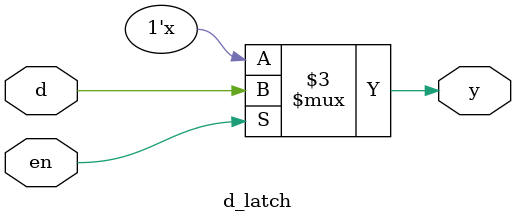
<source format=v>
module d_latch(
  input en,d,
  output reg y);
  always @ (en,d) begin
    if(en)
      y<=d;
    else
      y<=y;
  end
endmodule

</source>
